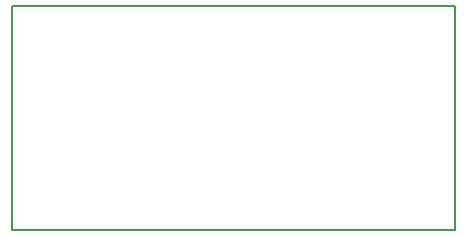
<source format=gbr>
G04 #@! TF.GenerationSoftware,KiCad,Pcbnew,(5.99.0-9154-g0d2ee266a1)*
G04 #@! TF.CreationDate,2021-02-19T07:59:59+01:00*
G04 #@! TF.ProjectId,TFRPM01C,54465250-4d30-4314-932e-6b696361645f,REV*
G04 #@! TF.SameCoordinates,Original*
G04 #@! TF.FileFunction,Profile,NP*
%FSLAX46Y46*%
G04 Gerber Fmt 4.6, Leading zero omitted, Abs format (unit mm)*
G04 Created by KiCad (PCBNEW (5.99.0-9154-g0d2ee266a1)) date 2021-02-19 07:59:59*
%MOMM*%
%LPD*%
G01*
G04 APERTURE LIST*
G04 #@! TA.AperFunction,Profile*
%ADD10C,0.150000*%
G04 #@! TD*
G04 APERTURE END LIST*
D10*
X148498000Y-122806096D02*
X148498000Y-141806096D01*
X110998000Y-141806096D02*
X110998000Y-122806096D01*
X110998000Y-141806096D02*
X148498000Y-141806096D01*
X110998000Y-122806096D02*
X148498000Y-122806096D01*
M02*

</source>
